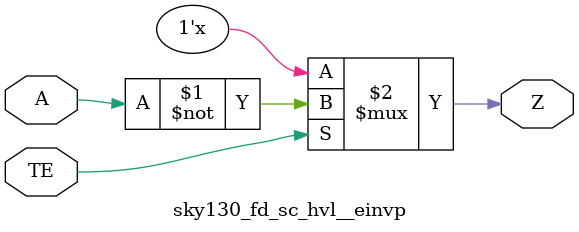
<source format=v>
/*
 * Copyright 2020 The SkyWater PDK Authors
 *
 * Licensed under the Apache License, Version 2.0 (the "License");
 * you may not use this file except in compliance with the License.
 * You may obtain a copy of the License at
 *
 *     https://www.apache.org/licenses/LICENSE-2.0
 *
 * Unless required by applicable law or agreed to in writing, software
 * distributed under the License is distributed on an "AS IS" BASIS,
 * WITHOUT WARRANTIES OR CONDITIONS OF ANY KIND, either express or implied.
 * See the License for the specific language governing permissions and
 * limitations under the License.
 *
 * SPDX-License-Identifier: Apache-2.0
*/


`ifndef SKY130_FD_SC_HVL__EINVP_FUNCTIONAL_V
`define SKY130_FD_SC_HVL__EINVP_FUNCTIONAL_V

/**
 * einvp: Tri-state inverter, positive enable.
 *
 * Verilog simulation functional model.
 */

`timescale 1ns / 1ps
`default_nettype none

`celldefine
module sky130_fd_sc_hvl__einvp (
    Z ,
    A ,
    TE
);

    // Module ports
    output Z ;
    input  A ;
    input  TE;

    //     Name     Output  Other arguments
    notif1 notif10 (Z     , A, TE          );

endmodule
`endcelldefine

`default_nettype wire
`endif  // SKY130_FD_SC_HVL__EINVP_FUNCTIONAL_V
</source>
